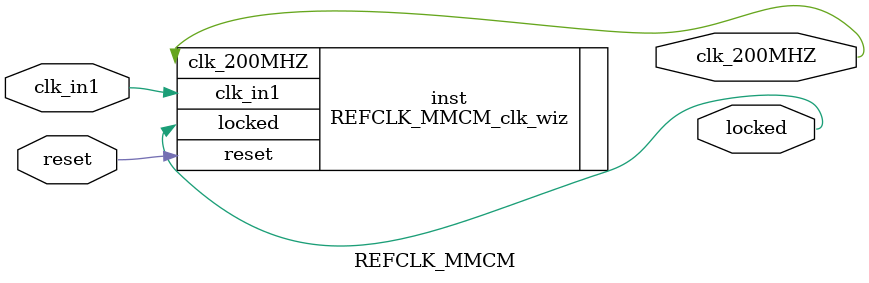
<source format=v>


`timescale 1ps/1ps

(* CORE_GENERATION_INFO = "REFCLK_MMCM,clk_wiz_v6_0_3_0_0,{component_name=REFCLK_MMCM,use_phase_alignment=true,use_min_o_jitter=false,use_max_i_jitter=false,use_dyn_phase_shift=false,use_inclk_switchover=false,use_dyn_reconfig=false,enable_axi=0,feedback_source=FDBK_AUTO,PRIMITIVE=MMCM,num_out_clk=1,clkin1_period=83.333,clkin2_period=10.0,use_power_down=false,use_reset=true,use_locked=true,use_inclk_stopped=false,feedback_type=SINGLE,CLOCK_MGR_TYPE=NA,manual_override=false}" *)

module REFCLK_MMCM 
 (
  // Clock out ports
  output        clk_200MHZ,
  // Status and control signals
  input         reset,
  output        locked,
 // Clock in ports
  input         clk_in1
 );

  REFCLK_MMCM_clk_wiz inst
  (
  // Clock out ports  
  .clk_200MHZ(clk_200MHZ),
  // Status and control signals               
  .reset(reset), 
  .locked(locked),
 // Clock in ports
  .clk_in1(clk_in1)
  );

endmodule

</source>
